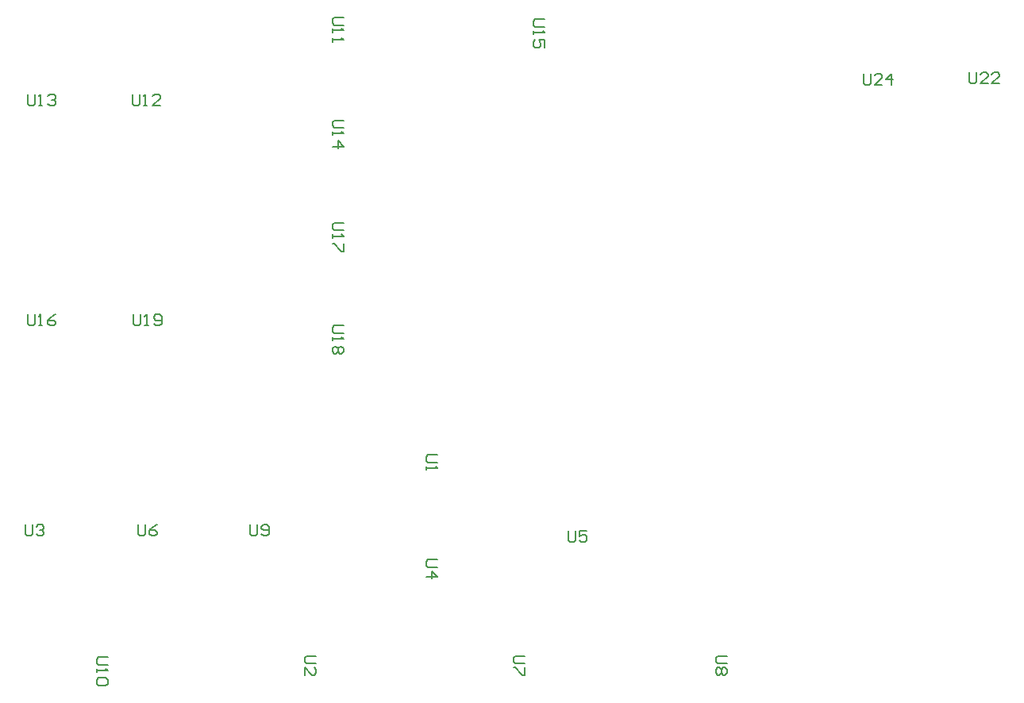
<source format=gm1>
%FSTAX23Y23*%
%MOIN*%
%SFA1B1*%

%IPPOS*%
%ADD45C,0.005910*%
%LN6502_vga-1*%
%LPD*%
G54D45*
X0784Y02327D02*
Y02287D01*
X07847Y0228*
X07863*
X07871Y02287*
Y02327*
X07918D02*
X07887D01*
Y02303*
X07902Y02311*
X0791*
X07918Y02303*
Y02287*
X0791Y0228*
X07895*
X07887Y02287*
X06897Y03188D02*
X06857D01*
X0685Y0318*
Y03164*
X06857Y03156*
X06897*
X0685Y03141D02*
Y03125D01*
Y03133*
X06897*
X06889Y03141*
Y03101D02*
X06897Y03093D01*
Y03078*
X06889Y0307*
X06881*
X06873Y03078*
X06865Y0307*
X06857*
X0685Y03078*
Y03093*
X06857Y03101*
X06865*
X06873Y03093*
X06881Y03101*
X06889*
X06873Y03093D02*
Y03078D01*
X06897Y04483D02*
X06857D01*
X0685Y04475*
Y04459*
X06857Y04451*
X06897*
X0685Y04436D02*
Y0442D01*
Y04428*
X06897*
X06889Y04436*
X0685Y04396D02*
Y04381D01*
Y04388*
X06897*
X06889Y04396*
X06897Y04051D02*
X06857D01*
X0685Y04043*
Y04028*
X06857Y0402*
X06897*
X0685Y04004D02*
Y03988D01*
Y03996*
X06897*
X06889Y04004*
X0685Y03941D02*
X06897D01*
X06873Y03965*
Y03933*
X06897Y0362D02*
X06857D01*
X0685Y03612*
Y03596*
X06857Y03588*
X06897*
X0685Y03572D02*
Y03557D01*
Y03564*
X06897*
X06889Y03572*
X06897Y03533D02*
Y03501D01*
X06889*
X06857Y03533*
X0685*
X06782Y018D02*
X06742D01*
X06735Y01792*
Y01776*
X06742Y01768*
X06782*
X06735Y01721D02*
Y01752D01*
X06766Y01721*
X06774*
X06782Y01729*
Y01744*
X06774Y01752*
X05907Y01795D02*
X05867D01*
X0586Y01787*
Y01771*
X05867Y01763*
X05907*
X0586Y01747D02*
Y01732D01*
Y01739*
X05907*
X05899Y01747*
Y01708D02*
X05907Y017D01*
Y01684*
X05899Y01676*
X05867*
X0586Y01684*
Y017*
X05867Y01708*
X05899*
X06035Y02352D02*
Y02312D01*
X06042Y02305*
X06058*
X06066Y02312*
Y02352*
X06113D02*
X06097Y02344D01*
X06082Y02328*
Y02312*
X0609Y02305*
X06105*
X06113Y02312*
Y0232*
X06105Y02328*
X06082*
X0556Y02352D02*
Y02312D01*
X05567Y02305*
X05583*
X05591Y02312*
Y02352*
X05607Y02344D02*
X05615Y02352D01*
X0563*
X05638Y02344*
Y02336*
X0563Y02328*
X05622*
X0563*
X05638Y0232*
Y02312*
X0563Y02305*
X05615*
X05607Y02312*
X06015Y03235D02*
Y03196D01*
X06022Y03188*
X06038*
X06046Y03196*
Y03235*
X06062Y03188D02*
X06077D01*
X0607*
Y03235*
X06062Y03227*
X06101Y03196D02*
X06109Y03188D01*
X06125*
X06133Y03196*
Y03227*
X06125Y03235*
X06109*
X06101Y03227*
Y03219*
X06109Y03211*
X06133*
X0557Y03235D02*
Y03196D01*
X05577Y03188*
X05593*
X05601Y03196*
Y03235*
X05617Y03188D02*
X05632D01*
X05625*
Y03235*
X05617Y03227*
X05688Y03235D02*
X05672Y03227D01*
X05656Y03211*
Y03196*
X05664Y03188*
X0568*
X05688Y03196*
Y03204*
X0568Y03211*
X05656*
X0557Y0416D02*
Y04121D01*
X05577Y04113*
X05593*
X05601Y04121*
Y0416*
X05617Y04113D02*
X05632D01*
X05625*
Y0416*
X05617Y04152*
X05656D02*
X05664Y0416D01*
X0568*
X05688Y04152*
Y04144*
X0568Y04136*
X05672*
X0568*
X05688Y04129*
Y04121*
X0568Y04113*
X05664*
X05656Y04121*
X0601Y0416D02*
Y04121D01*
X06017Y04113*
X06033*
X06041Y04121*
Y0416*
X06057Y04113D02*
X06072D01*
X06065*
Y0416*
X06057Y04152*
X06128Y04113D02*
X06096D01*
X06128Y04144*
Y04152*
X0612Y0416*
X06104*
X06096Y04152*
X09525Y04252D02*
Y04212D01*
X09532Y04205*
X09548*
X09556Y04212*
Y04252*
X09603Y04205D02*
X09572D01*
X09603Y04236*
Y04244*
X09595Y04252*
X0958*
X09572Y04244*
X0965Y04205D02*
X09619D01*
X0965Y04236*
Y04244*
X09643Y04252*
X09627*
X09619Y04244*
X0908Y04247D02*
Y04207D01*
X09087Y042*
X09103*
X09111Y04207*
Y04247*
X09158Y042D02*
X09127D01*
X09158Y04231*
Y04239*
X0915Y04247*
X09135*
X09127Y04239*
X09198Y042D02*
Y04247D01*
X09174Y04223*
X09205*
X07742Y04475D02*
X07702D01*
X07695Y04467*
Y04451*
X07702Y04443*
X07742*
X07695Y04427D02*
Y04412D01*
Y04419*
X07742*
X07734Y04427*
X07742Y04356D02*
Y04388D01*
X07718*
X07726Y04372*
Y04364*
X07718Y04356*
X07702*
X07695Y04364*
Y0438*
X07702Y04388*
X07292Y02645D02*
X07252D01*
X07245Y02637*
Y02621*
X07252Y02613*
X07292*
X07245Y02597D02*
Y02582D01*
Y02589*
X07292*
X07284Y02597*
X07292Y02205D02*
X07252D01*
X07245Y02197*
Y02181*
X07252Y02173*
X07292*
X07245Y02134D02*
X07292D01*
X07268Y02157*
Y02126*
X07657Y018D02*
X07617D01*
X0761Y01792*
Y01776*
X07617Y01768*
X07657*
Y01752D02*
Y01721D01*
X07649*
X07617Y01752*
X0761*
X08507Y018D02*
X08467D01*
X0846Y01792*
Y01776*
X08467Y01768*
X08507*
X08499Y01752D02*
X08507Y01744D01*
Y01729*
X08499Y01721*
X08491*
X08483Y01729*
X08475Y01721*
X08467*
X0846Y01729*
Y01744*
X08467Y01752*
X08475*
X08483Y01744*
X08491Y01752*
X08499*
X08483Y01744D02*
Y01729D01*
X06505Y02352D02*
Y02312D01*
X06512Y02305*
X06528*
X06536Y02312*
Y02352*
X06552Y02312D02*
X0656Y02305D01*
X06575*
X06583Y02312*
Y02344*
X06575Y02352*
X0656*
X06552Y02344*
Y02336*
X0656Y02328*
X06583*
M02*
</source>
